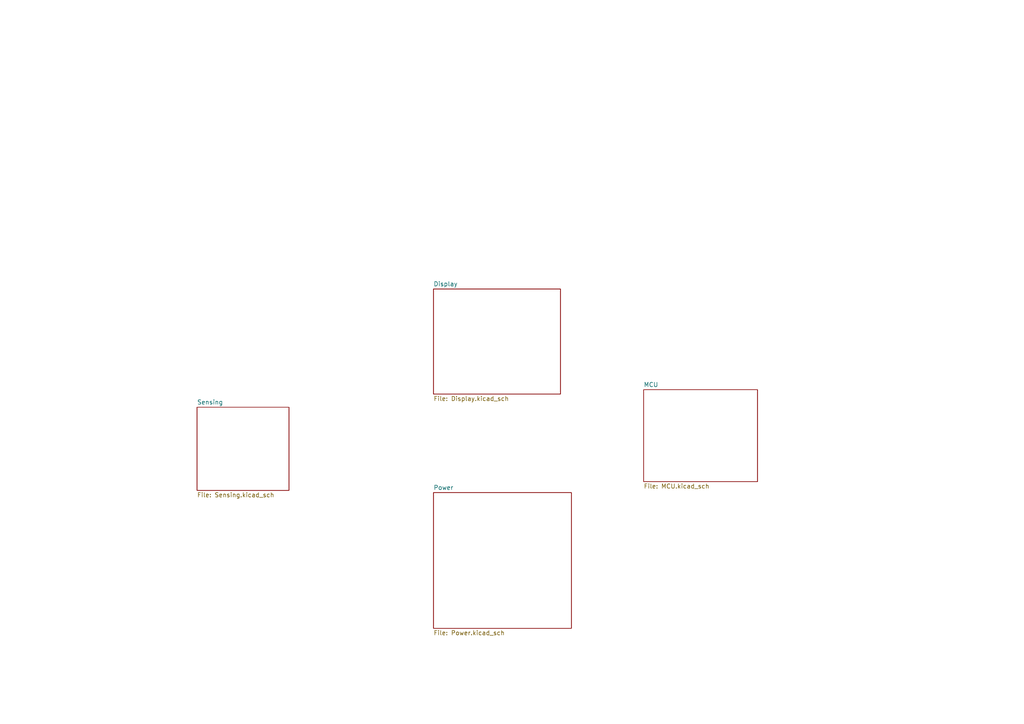
<source format=kicad_sch>
(kicad_sch
	(version 20250114)
	(generator "eeschema")
	(generator_version "9.0")
	(uuid "86871609-316a-48ec-ba57-1907879b4887")
	(paper "A4")
	(lib_symbols)
	(sheet
		(at 57.15 118.11)
		(size 26.67 24.13)
		(exclude_from_sim no)
		(in_bom yes)
		(on_board yes)
		(dnp no)
		(fields_autoplaced yes)
		(stroke
			(width 0.1524)
			(type solid)
		)
		(fill
			(color 0 0 0 0.0000)
		)
		(uuid "268d0359-8693-4020-9a73-174fd79440a2")
		(property "Sheetname" "Sensing"
			(at 57.15 117.3984 0)
			(effects
				(font
					(size 1.27 1.27)
				)
				(justify left bottom)
			)
		)
		(property "Sheetfile" "Sensing.kicad_sch"
			(at 57.15 142.8246 0)
			(effects
				(font
					(size 1.27 1.27)
				)
				(justify left top)
			)
		)
		(instances
			(project "Motherboard"
				(path "/86871609-316a-48ec-ba57-1907879b4887"
					(page "5")
				)
			)
		)
	)
	(sheet
		(at 186.69 113.03)
		(size 33.02 26.67)
		(exclude_from_sim no)
		(in_bom yes)
		(on_board yes)
		(dnp no)
		(fields_autoplaced yes)
		(stroke
			(width 0.1524)
			(type solid)
		)
		(fill
			(color 0 0 0 0.0000)
		)
		(uuid "4b39c470-ccab-44c6-9a73-54adc8e02b70")
		(property "Sheetname" "MCU"
			(at 186.69 112.3184 0)
			(effects
				(font
					(size 1.27 1.27)
				)
				(justify left bottom)
			)
		)
		(property "Sheetfile" "MCU.kicad_sch"
			(at 186.69 140.2846 0)
			(effects
				(font
					(size 1.27 1.27)
				)
				(justify left top)
			)
		)
		(instances
			(project "Motherboard"
				(path "/86871609-316a-48ec-ba57-1907879b4887"
					(page "4")
				)
			)
		)
	)
	(sheet
		(at 125.73 142.875)
		(size 40.005 39.37)
		(exclude_from_sim no)
		(in_bom yes)
		(on_board yes)
		(dnp no)
		(fields_autoplaced yes)
		(stroke
			(width 0.1524)
			(type solid)
		)
		(fill
			(color 0 0 0 0.0000)
		)
		(uuid "50fc93d1-a8f1-460c-aef7-5091eb28a4fb")
		(property "Sheetname" "Power"
			(at 125.73 142.1634 0)
			(effects
				(font
					(size 1.27 1.27)
				)
				(justify left bottom)
			)
		)
		(property "Sheetfile" "Power.kicad_sch"
			(at 125.73 182.8296 0)
			(effects
				(font
					(size 1.27 1.27)
				)
				(justify left top)
			)
		)
		(instances
			(project "Motherboard"
				(path "/86871609-316a-48ec-ba57-1907879b4887"
					(page "2")
				)
			)
		)
	)
	(sheet
		(at 125.73 83.82)
		(size 36.83 30.48)
		(exclude_from_sim no)
		(in_bom yes)
		(on_board yes)
		(dnp no)
		(fields_autoplaced yes)
		(stroke
			(width 0.1524)
			(type solid)
		)
		(fill
			(color 0 0 0 0.0000)
		)
		(uuid "bdf23807-ee07-4758-a3ed-c502a290e5f4")
		(property "Sheetname" "Display"
			(at 125.73 83.1084 0)
			(effects
				(font
					(size 1.27 1.27)
				)
				(justify left bottom)
			)
		)
		(property "Sheetfile" "Display.kicad_sch"
			(at 125.73 114.8846 0)
			(effects
				(font
					(size 1.27 1.27)
				)
				(justify left top)
			)
		)
		(instances
			(project "Motherboard"
				(path "/86871609-316a-48ec-ba57-1907879b4887"
					(page "3")
				)
			)
		)
	)
	(sheet_instances
		(path "/"
			(page "1")
		)
	)
	(embedded_fonts no)
)

</source>
